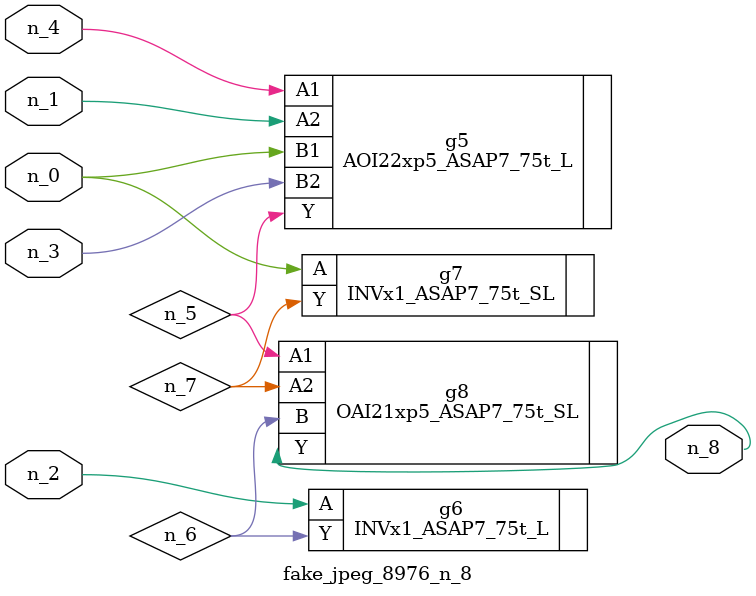
<source format=v>
module fake_jpeg_8976_n_8 (n_3, n_2, n_1, n_0, n_4, n_8);

input n_3;
input n_2;
input n_1;
input n_0;
input n_4;

output n_8;

wire n_6;
wire n_5;
wire n_7;

AOI22xp5_ASAP7_75t_L g5 ( 
.A1(n_4),
.A2(n_1),
.B1(n_0),
.B2(n_3),
.Y(n_5)
);

INVx1_ASAP7_75t_L g6 ( 
.A(n_2),
.Y(n_6)
);

INVx1_ASAP7_75t_SL g7 ( 
.A(n_0),
.Y(n_7)
);

OAI21xp5_ASAP7_75t_SL g8 ( 
.A1(n_5),
.A2(n_7),
.B(n_6),
.Y(n_8)
);


endmodule
</source>
